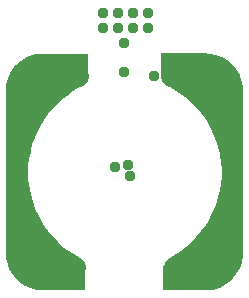
<source format=gbr>
G04 EAGLE Gerber RS-274X export*
G75*
%MOMM*%
%FSLAX34Y34*%
%LPD*%
%INSoldermask Top*%
%IPPOS*%
%AMOC8*
5,1,8,0,0,1.08239X$1,22.5*%
G01*
%ADD10C,1.799997*%
%ADD11C,2.199997*%
%ADD12R,3.752894X2.021094*%
%ADD13R,3.564694X2.144394*%
%ADD14R,1.716897X13.842975*%
%ADD15R,3.811694X1.776894*%
%ADD16R,4.015894X2.021094*%
%ADD17R,1.314597X14.216175*%
%ADD18C,2.199994*%
%ADD19C,0.959600*%


D10*
X110514Y-11611D02*
X116029Y-8489D01*
X121313Y-4989D01*
X126340Y-1130D01*
X131086Y3070D01*
X135527Y7592D01*
X139641Y12412D01*
X143409Y17508D01*
X146813Y22854D01*
X149836Y28425D01*
X152462Y34193D01*
X154680Y40130D01*
X156478Y46207D01*
X157848Y52395D01*
X158783Y58664D01*
X159278Y64982D01*
X159332Y71320D01*
X158943Y77645D01*
X158114Y83929D01*
X156848Y90139D01*
X155153Y96245D01*
X153035Y102219D01*
X151146Y106661D01*
X-21615Y58322D02*
X-20657Y52058D01*
X-19263Y45875D01*
X-17442Y39804D01*
X-15202Y33876D01*
X-12554Y28118D01*
X-9510Y22559D01*
X-6086Y17225D01*
X-2299Y12144D01*
X1833Y7339D01*
X6291Y2834D01*
X11052Y-1348D01*
X16093Y-5188D01*
X21390Y-8668D01*
X26613Y-11611D01*
X158743Y78804D02*
X157785Y85069D01*
X156391Y91252D01*
X154570Y97322D01*
X152330Y103251D01*
X149682Y109009D01*
X146638Y114568D01*
X143214Y119901D01*
X139427Y124983D01*
X135294Y129788D01*
X130836Y134293D01*
X126075Y138476D01*
X121034Y142316D01*
X115736Y145796D01*
X110209Y148898D01*
X107945Y150027D01*
X29051Y149963D02*
X23445Y147008D01*
X18058Y143669D01*
X12918Y139962D01*
X8048Y135905D01*
X3473Y131519D01*
X-783Y126824D01*
X-4703Y121844D01*
X-8265Y116602D01*
X-11454Y111125D01*
X-14252Y105438D01*
X-16647Y99571D01*
X-18627Y93550D01*
X-20182Y87406D01*
X-21305Y81169D01*
X-21990Y74868D01*
X-22234Y68535D01*
X-22035Y62200D01*
X-21395Y55895D01*
X-20317Y49650D01*
X-18806Y43495D01*
X-16869Y37460D01*
X-14516Y31576D01*
X-14017Y30466D01*
D11*
X118935Y-9968D02*
X119675Y-11213D01*
X120500Y-12403D01*
X121406Y-13533D01*
X122388Y-14597D01*
X123442Y-15590D01*
X124563Y-16506D01*
X125745Y-17343D01*
X126982Y-18094D01*
X128270Y-18758D01*
X129600Y-19330D01*
X130966Y-19808D01*
X132363Y-20190D01*
X133783Y-20473D01*
X135220Y-20657D01*
X136665Y-20739D01*
X138113Y-20721D01*
X139556Y-20602D01*
X140988Y-20382D01*
X142400Y-20064D01*
X143787Y-19647D01*
X145141Y-19135D01*
X146456Y-18529D01*
X147726Y-17833D01*
X148944Y-17051D01*
X150105Y-16185D01*
X151203Y-15240D01*
X152231Y-14221D01*
X153187Y-13133D01*
X154064Y-11981D01*
X154858Y-10770D01*
X155566Y-9507D01*
X156185Y-8198D01*
X156710Y-6849D01*
X157140Y-5466D01*
X157473Y-4057D01*
X157707Y-2628D01*
X157840Y-1186D01*
X157872Y260D01*
X157803Y1707D01*
X157634Y3145D01*
X157364Y4567D01*
X156996Y5968D01*
X156532Y7339D01*
X155973Y8675D01*
X155321Y9968D01*
X154582Y11213D01*
X153757Y12403D01*
X152851Y13533D01*
X151869Y14597D01*
X150815Y15590D01*
X149694Y16506D01*
X148512Y17343D01*
X147828Y17772D01*
X-10828Y17693D02*
X-12036Y16895D01*
X-13185Y16014D01*
X-14270Y15055D01*
X-15286Y14023D01*
X-16227Y12923D01*
X-17089Y11759D01*
X-17868Y10538D01*
X-18559Y9266D01*
X-19160Y7949D01*
X-19668Y6593D01*
X-20080Y5205D01*
X-20395Y3791D01*
X-20609Y2359D01*
X-20724Y916D01*
X-20737Y-531D01*
X-20650Y-1976D01*
X-20461Y-3411D01*
X-20174Y-4831D01*
X-19788Y-6226D01*
X-19305Y-7591D01*
X-18728Y-8919D01*
X-18060Y-10204D01*
X-17305Y-11439D01*
X-16465Y-12618D01*
X-15544Y-13736D01*
X-14548Y-14787D01*
X-13481Y-15766D01*
X-12348Y-16668D01*
X-11155Y-17489D01*
X-9908Y-18225D01*
X-8613Y-18871D01*
X-7275Y-19426D01*
X-5902Y-19886D01*
X-4501Y-20250D01*
X-3077Y-20515D01*
X-1639Y-20679D01*
X-192Y-20743D01*
X1254Y-20706D01*
X2695Y-20568D01*
X4124Y-20330D01*
X5532Y-19993D01*
X6913Y-19558D01*
X8260Y-19028D01*
X9568Y-18406D01*
X10828Y-17693D01*
X12036Y-16895D01*
X13185Y-16014D01*
X14270Y-15055D01*
X15286Y-14023D01*
X16227Y-12923D01*
X17089Y-11759D01*
X17831Y-10601D01*
X147957Y119434D02*
X149165Y120233D01*
X150314Y121114D01*
X151400Y122072D01*
X152415Y123105D01*
X153356Y124205D01*
X154218Y125369D01*
X154997Y126589D01*
X155688Y127862D01*
X156290Y129179D01*
X156797Y130535D01*
X157209Y131923D01*
X157524Y133336D01*
X157738Y134768D01*
X157853Y136212D01*
X157866Y137660D01*
X157779Y139105D01*
X157590Y140540D01*
X157303Y141960D01*
X156917Y143355D01*
X156434Y144720D01*
X155857Y146048D01*
X155189Y147333D01*
X154434Y148568D01*
X153594Y149747D01*
X152673Y150865D01*
X151677Y151916D01*
X150610Y152895D01*
X149477Y153797D01*
X148284Y154618D01*
X147037Y155354D01*
X145742Y156000D01*
X144404Y156555D01*
X143031Y157015D01*
X141630Y157379D01*
X140206Y157644D01*
X138768Y157808D01*
X137321Y157872D01*
X135874Y157835D01*
X134432Y157697D01*
X133004Y157459D01*
X131596Y157122D01*
X130215Y156687D01*
X128867Y156157D01*
X127560Y155535D01*
X126299Y154822D01*
X125091Y154024D01*
X123942Y153143D01*
X122857Y152184D01*
X121842Y151152D01*
X120901Y150052D01*
X120039Y148888D01*
X119296Y147729D01*
X18192Y147097D02*
X17453Y148342D01*
X16628Y149532D01*
X15722Y150662D01*
X14740Y151726D01*
X13686Y152719D01*
X12565Y153635D01*
X11383Y154472D01*
X10145Y155223D01*
X8858Y155887D01*
X7528Y156459D01*
X6161Y156937D01*
X4765Y157319D01*
X3344Y157602D01*
X1908Y157786D01*
X463Y157868D01*
X-984Y157850D01*
X-2427Y157731D01*
X-3859Y157512D01*
X-5271Y157193D01*
X-6658Y156776D01*
X-8012Y156264D01*
X-9327Y155658D01*
X-10597Y154962D01*
X-11815Y154180D01*
X-12976Y153314D01*
X-14074Y152369D01*
X-15102Y151350D01*
X-16058Y150262D01*
X-16935Y149110D01*
X-17729Y147899D01*
X-18437Y146636D01*
X-19056Y145327D01*
X-19581Y143978D01*
X-20011Y142595D01*
X-20344Y141186D01*
X-20578Y139757D01*
X-20711Y138315D01*
X-20743Y136867D01*
X-20674Y135421D01*
X-20505Y133983D01*
X-20235Y132560D01*
X-19867Y131160D01*
X-19403Y129788D01*
X-18844Y128453D01*
X-18192Y127159D01*
X-17453Y125915D01*
X-16628Y124724D01*
X-15722Y123595D01*
X-14740Y122531D01*
X-13686Y121538D01*
X-12565Y120622D01*
X-11383Y119785D01*
X-10699Y119355D01*
D12*
X16833Y-21613D03*
D13*
X119304Y-21395D03*
D14*
X-23115Y70424D03*
D15*
X19057Y159953D03*
D16*
X118978Y158742D03*
D17*
X162244Y68558D03*
D18*
X137128Y137128D03*
X137128Y0D03*
X0Y0D03*
X0Y137128D03*
D19*
X68500Y177500D03*
X68500Y153000D03*
X93500Y149500D03*
X73500Y65000D03*
X71500Y74300D03*
X61000Y73000D03*
X-12700Y152400D03*
X0Y152400D03*
X12700Y152400D03*
X0Y139700D03*
X-12700Y139700D03*
X-12700Y127000D03*
X-12700Y-12700D03*
X-12700Y0D03*
X-12700Y12700D03*
X0Y0D03*
X0Y-12700D03*
X12700Y-12700D03*
X152400Y-12700D03*
X139700Y-12700D03*
X127000Y-12700D03*
X139700Y0D03*
X152400Y0D03*
X152400Y12700D03*
X152400Y152400D03*
X152400Y139700D03*
X152400Y127000D03*
X139700Y139700D03*
X139700Y152400D03*
X127000Y152400D03*
X50800Y190500D03*
X63500Y190500D03*
X88900Y190500D03*
X76200Y190500D03*
X50800Y203200D03*
X63500Y203200D03*
X88900Y203200D03*
X76200Y203200D03*
M02*

</source>
